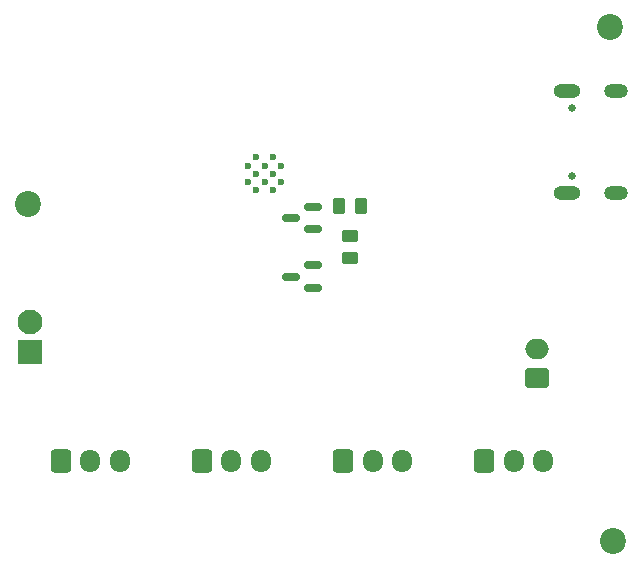
<source format=gbs>
G04 #@! TF.GenerationSoftware,KiCad,Pcbnew,9.0.7*
G04 #@! TF.CreationDate,2026-01-19T10:27:03-08:00*
G04 #@! TF.ProjectId,Tesla Ambient Lighting,5465736c-6120-4416-9d62-69656e74204c,rev?*
G04 #@! TF.SameCoordinates,Original*
G04 #@! TF.FileFunction,Soldermask,Bot*
G04 #@! TF.FilePolarity,Negative*
%FSLAX46Y46*%
G04 Gerber Fmt 4.6, Leading zero omitted, Abs format (unit mm)*
G04 Created by KiCad (PCBNEW 9.0.7) date 2026-01-19 10:27:03*
%MOMM*%
%LPD*%
G01*
G04 APERTURE LIST*
G04 Aperture macros list*
%AMRoundRect*
0 Rectangle with rounded corners*
0 $1 Rounding radius*
0 $2 $3 $4 $5 $6 $7 $8 $9 X,Y pos of 4 corners*
0 Add a 4 corners polygon primitive as box body*
4,1,4,$2,$3,$4,$5,$6,$7,$8,$9,$2,$3,0*
0 Add four circle primitives for the rounded corners*
1,1,$1+$1,$2,$3*
1,1,$1+$1,$4,$5*
1,1,$1+$1,$6,$7*
1,1,$1+$1,$8,$9*
0 Add four rect primitives between the rounded corners*
20,1,$1+$1,$2,$3,$4,$5,0*
20,1,$1+$1,$4,$5,$6,$7,0*
20,1,$1+$1,$6,$7,$8,$9,0*
20,1,$1+$1,$8,$9,$2,$3,0*%
G04 Aperture macros list end*
%ADD10RoundRect,0.250000X0.750000X-0.600000X0.750000X0.600000X-0.750000X0.600000X-0.750000X-0.600000X0*%
%ADD11O,2.000000X1.700000*%
%ADD12C,2.200000*%
%ADD13C,0.650000*%
%ADD14O,2.304000X1.204000*%
%ADD15O,2.004000X1.204000*%
%ADD16RoundRect,0.250000X-0.600000X-0.725000X0.600000X-0.725000X0.600000X0.725000X-0.600000X0.725000X0*%
%ADD17O,1.700000X1.950000*%
%ADD18RoundRect,0.250001X0.799999X-0.799999X0.799999X0.799999X-0.799999X0.799999X-0.799999X-0.799999X0*%
%ADD19C,2.100000*%
%ADD20C,0.600000*%
%ADD21RoundRect,0.250000X-0.450000X0.262500X-0.450000X-0.262500X0.450000X-0.262500X0.450000X0.262500X0*%
%ADD22RoundRect,0.150000X0.587500X0.150000X-0.587500X0.150000X-0.587500X-0.150000X0.587500X-0.150000X0*%
%ADD23RoundRect,0.250000X0.262500X0.450000X-0.262500X0.450000X-0.262500X-0.450000X0.262500X-0.450000X0*%
G04 APERTURE END LIST*
D10*
G04 #@! TO.C,J5*
X165805000Y-111000000D03*
D11*
X165805000Y-108500000D03*
G04 #@! TD*
D12*
G04 #@! TO.C,REF\u002A\u002A*
X122750000Y-96250000D03*
G04 #@! TD*
G04 #@! TO.C,REF\u002A\u002A*
X172250000Y-124750000D03*
G04 #@! TD*
D13*
G04 #@! TO.C,J6*
X168820000Y-93890000D03*
X168820000Y-88110000D03*
D14*
X168320000Y-95320000D03*
X168320000Y-86680000D03*
D15*
X172500000Y-95320000D03*
X172500000Y-86680000D03*
G04 #@! TD*
D16*
G04 #@! TO.C,J3*
X149400000Y-118000000D03*
D17*
X151900000Y-118000000D03*
X154400000Y-118000000D03*
G04 #@! TD*
D16*
G04 #@! TO.C,J2*
X137450000Y-118000000D03*
D17*
X139950000Y-118000000D03*
X142450000Y-118000000D03*
G04 #@! TD*
D18*
G04 #@! TO.C,J7*
X122867500Y-108790000D03*
D19*
X122867500Y-106250000D03*
G04 #@! TD*
D12*
G04 #@! TO.C,REF\u002A\u002A*
X172000000Y-81250000D03*
G04 #@! TD*
D20*
G04 #@! TO.C,U1*
X141350000Y-93010000D03*
X141350000Y-94410000D03*
X142050000Y-92310000D03*
X142050000Y-93710000D03*
X142050000Y-95110000D03*
X142750000Y-93010000D03*
X142750000Y-94410000D03*
X143450000Y-92310000D03*
X143450000Y-93710000D03*
X143450000Y-95110000D03*
X144150000Y-93010000D03*
X144150000Y-94410000D03*
G04 #@! TD*
D16*
G04 #@! TO.C,J4*
X161350000Y-118000000D03*
D17*
X163850000Y-118000000D03*
X166350000Y-118000000D03*
G04 #@! TD*
D16*
G04 #@! TO.C,J1*
X125500000Y-118000000D03*
D17*
X128000000Y-118000000D03*
X130500000Y-118000000D03*
G04 #@! TD*
D21*
G04 #@! TO.C,R9*
X150000000Y-99000000D03*
X150000000Y-100825000D03*
G04 #@! TD*
D22*
G04 #@! TO.C,Q2*
X146875000Y-101462500D03*
X146875000Y-103362500D03*
X145000000Y-102412500D03*
G04 #@! TD*
D23*
G04 #@! TO.C,R8*
X150912500Y-96412500D03*
X149087500Y-96412500D03*
G04 #@! TD*
D22*
G04 #@! TO.C,Q1*
X146875000Y-96512500D03*
X146875000Y-98412500D03*
X145000000Y-97462500D03*
G04 #@! TD*
M02*

</source>
